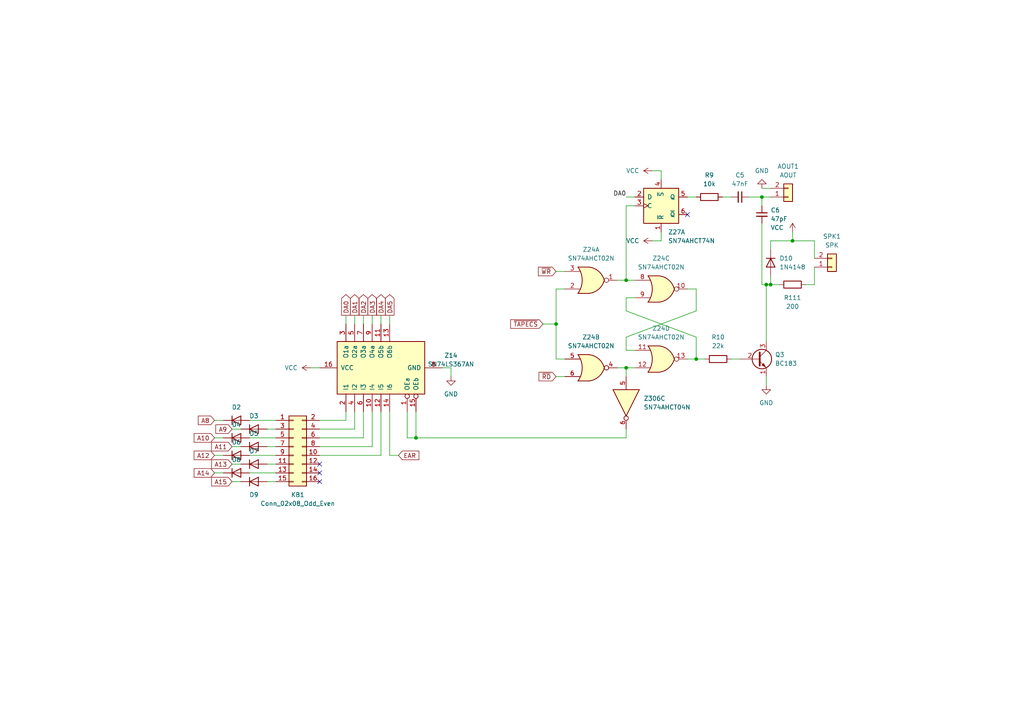
<source format=kicad_sch>
(kicad_sch (version 20211123) (generator eeschema)
  (paper "A4")
  (title_block (title "JupiterAce Z80 plus KIO and new memory format.") (date "2020-05-12") (rev "${REVNUM}") (company "Ontobus") (comment 1 "John Bradley") (comment 2 "https://creativecommons.org/licenses/by-nc-sa/4.0/") (comment 3 "Attribution-NonCommercial-ShareAlike 4.0 International License.") (comment 4 "This work is licensed under a Creative Commons "))
  (lib_symbols
    (symbol "74xx:74LS02" (pin_names (offset 1.016))
      (property "Reference" "U" (at 0 1.27 0))
      (property "Value" "74LS02" (at 0 -1.27 0))
      (symbol "74LS02_1_1"
        (arc (start -3.81 -3.81) (mid -2.589 0) (end -3.81 3.81) (stroke (width 0.254)))
        (arc (start -0.6096 -3.81) (mid 2.1855 -2.584) (end 3.81 0) (stroke (width 0.254)) (fill (type background)))
        (polyline (pts (xy -3.81 -3.81) (xy -0.635 -3.81)) (stroke (width 0.254)) (fill (type background)))
        (polyline (pts (xy -3.81 3.81) (xy -0.635 3.81)) (stroke (width 0.254)) (fill (type background)))
        (polyline (pts (xy -0.635 3.81) (xy -3.81 3.81) (xy -3.81 3.81) (xy -3.556 3.4036) (xy -3.0226 2.2606) (xy -2.6924 1.0414) (xy -2.6162 -0.254) (xy -2.7686 -1.4986) (xy -3.175 -2.7178) (xy -3.81 -3.81) (xy -3.81 -3.81) (xy -0.635 -3.81)) (stroke (width -25.4)) (fill (type background)))
        (arc (start 3.81 0) (mid 2.1928 2.5925) (end -0.6096 3.81) (stroke (width 0.254)) (fill (type background)))
        (pin output inverted (at 7.62 0 180) (length 3.81) (name "~") (number "1"))
        (pin input line (at -7.62 2.54 0) (length 4.318) (name "~") (number "2"))
        (pin input line (at -7.62 -2.54 0) (length 4.318) (name "~") (number "3"))
      )
      (symbol "74LS02_1_2"
        (arc (start 0 -3.81) (mid 3.81 0) (end 0 3.81) (stroke (width 0.254)) (fill (type background)))
        (polyline (pts (xy 0 3.81) (xy -3.81 3.81) (xy -3.81 -3.81) (xy 0 -3.81)) (stroke (width 0.254)) (fill (type background)))
        (pin output line (at 7.62 0 180) (length 3.81) (name "~") (number "1"))
        (pin input inverted (at -7.62 2.54 0) (length 3.81) (name "~") (number "2"))
        (pin input inverted (at -7.62 -2.54 0) (length 3.81) (name "~") (number "3"))
      )
      (symbol "74LS02_2_1"
        (arc (start -3.81 -3.81) (mid -2.589 0) (end -3.81 3.81) (stroke (width 0.254)))
        (arc (start -0.6096 -3.81) (mid 2.1855 -2.584) (end 3.81 0) (stroke (width 0.254)) (fill (type background)))
        (polyline (pts (xy -3.81 -3.81) (xy -0.635 -3.81)) (stroke (width 0.254)) (fill (type background)))
        (polyline (pts (xy -3.81 3.81) (xy -0.635 3.81)) (stroke (width 0.254)) (fill (type background)))
        (polyline (pts (xy -0.635 3.81) (xy -3.81 3.81) (xy -3.81 3.81) (xy -3.556 3.4036) (xy -3.0226 2.2606) (xy -2.6924 1.0414) (xy -2.6162 -0.254) (xy -2.7686 -1.4986) (xy -3.175 -2.7178) (xy -3.81 -3.81) (xy -3.81 -3.81) (xy -0.635 -3.81)) (stroke (width -25.4)) (fill (type background)))
        (arc (start 3.81 0) (mid 2.1928 2.5925) (end -0.6096 3.81) (stroke (width 0.254)) (fill (type background)))
        (pin output inverted (at 7.62 0 180) (length 3.81) (name "~") (number "4"))
        (pin input line (at -7.62 2.54 0) (length 4.318) (name "~") (number "5"))
        (pin input line (at -7.62 -2.54 0) (length 4.318) (name "~") (number "6"))
      )
      (symbol "74LS02_2_2"
        (arc (start 0 -3.81) (mid 3.81 0) (end 0 3.81) (stroke (width 0.254)) (fill (type background)))
        (polyline (pts (xy 0 3.81) (xy -3.81 3.81) (xy -3.81 -3.81) (xy 0 -3.81)) (stroke (width 0.254)) (fill (type background)))
        (pin output line (at 7.62 0 180) (length 3.81) (name "~") (number "4"))
        (pin input inverted (at -7.62 2.54 0) (length 3.81) (name "~") (number "5"))
        (pin input inverted (at -7.62 -2.54 0) (length 3.81) (name "~") (number "6"))
      )
      (symbol "74LS02_3_1"
        (arc (start -3.81 -3.81) (mid -2.589 0) (end -3.81 3.81) (stroke (width 0.254)))
        (arc (start -0.6096 -3.81) (mid 2.1855 -2.584) (end 3.81 0) (stroke (width 0.254)) (fill (type background)))
        (polyline (pts (xy -3.81 -3.81) (xy -0.635 -3.81)) (stroke (width 0.254)) (fill (type background)))
        (polyline (pts (xy -3.81 3.81) (xy -0.635 3.81)) (stroke (width 0.254)) (fill (type background)))
        (polyline (pts (xy -0.635 3.81) (xy -3.81 3.81) (xy -3.81 3.81) (xy -3.556 3.4036) (xy -3.0226 2.2606) (xy -2.6924 1.0414) (xy -2.6162 -0.254) (xy -2.7686 -1.4986) (xy -3.175 -2.7178) (xy -3.81 -3.81) (xy -3.81 -3.81) (xy -0.635 -3.81)) (stroke (width -25.4)) (fill (type background)))
        (arc (start 3.81 0) (mid 2.1928 2.5925) (end -0.6096 3.81) (stroke (width 0.254)) (fill (type background)))
        (pin output inverted (at 7.62 0 180) (length 3.81) (name "~") (number "10"))
        (pin input line (at -7.62 2.54 0) (length 4.318) (name "~") (number "8"))
        (pin input line (at -7.62 -2.54 0) (length 4.318) (name "~") (number "9"))
      )
      (symbol "74LS02_3_2"
        (arc (start 0 -3.81) (mid 3.81 0) (end 0 3.81) (stroke (width 0.254)) (fill (type background)))
        (polyline (pts (xy 0 3.81) (xy -3.81 3.81) (xy -3.81 -3.81) (xy 0 -3.81)) (stroke (width 0.254)) (fill (type background)))
        (pin output line (at 7.62 0 180) (length 3.81) (name "~") (number "10"))
        (pin input inverted (at -7.62 2.54 0) (length 3.81) (name "~") (number "8"))
        (pin input inverted (at -7.62 -2.54 0) (length 3.81) (name "~") (number "9"))
      )
      (symbol "74LS02_4_1"
        (arc (start -3.81 -3.81) (mid -2.589 0) (end -3.81 3.81) (stroke (width 0.254)))
        (arc (start -0.6096 -3.81) (mid 2.1855 -2.584) (end 3.81 0) (stroke (width 0.254)) (fill (type background)))
        (polyline (pts (xy -3.81 -3.81) (xy -0.635 -3.81)) (stroke (width 0.254)) (fill (type background)))
        (polyline (pts (xy -3.81 3.81) (xy -0.635 3.81)) (stroke (width 0.254)) (fill (type background)))
        (polyline (pts (xy -0.635 3.81) (xy -3.81 3.81) (xy -3.81 3.81) (xy -3.556 3.4036) (xy -3.0226 2.2606) (xy -2.6924 1.0414) (xy -2.6162 -0.254) (xy -2.7686 -1.4986) (xy -3.175 -2.7178) (xy -3.81 -3.81) (xy -3.81 -3.81) (xy -0.635 -3.81)) (stroke (width -25.4)) (fill (type background)))
        (arc (start 3.81 0) (mid 2.1928 2.5925) (end -0.6096 3.81) (stroke (width 0.254)) (fill (type background)))
        (pin input line (at -7.62 2.54 0) (length 4.318) (name "~") (number "11"))
        (pin input line (at -7.62 -2.54 0) (length 4.318) (name "~") (number "12"))
        (pin output inverted (at 7.62 0 180) (length 3.81) (name "~") (number "13"))
      )
      (symbol "74LS02_4_2"
        (arc (start 0 -3.81) (mid 3.81 0) (end 0 3.81) (stroke (width 0.254)) (fill (type background)))
        (polyline (pts (xy 0 3.81) (xy -3.81 3.81) (xy -3.81 -3.81) (xy 0 -3.81)) (stroke (width 0.254)) (fill (type background)))
        (pin input inverted (at -7.62 2.54 0) (length 3.81) (name "~") (number "11"))
        (pin input inverted (at -7.62 -2.54 0) (length 3.81) (name "~") (number "12"))
        (pin output line (at 7.62 0 180) (length 3.81) (name "~") (number "13"))
      )
      (symbol "74LS02_5_0"
        (pin power_in line (at 0 12.7 270) (length 5.08) (name "VCC") (number "14"))
        (pin power_in line (at 0 -12.7 90) (length 5.08) (name "GND") (number "7"))
      )
      (symbol "74LS02_5_1"
        (rectangle (start -5.08 7.62) (end 5.08 -7.62) (stroke (width 0.254)) (fill (type background)))
      )
    )
    (symbol "74xx:74LS04"
      (property "Reference" "U" (at 0 1.27 0))
      (property "Value" "74LS04" (at 0 -1.27 0))
      (symbol "74LS04_1_0"
        (polyline (pts (xy -3.81 3.81) (xy -3.81 -3.81) (xy 3.81 0) (xy -3.81 3.81)) (stroke (width 0.254)) (fill (type background)))
        (pin input line (at -7.62 0 0) (length 3.81) (name "~") (number "1"))
        (pin output inverted (at 7.62 0 180) (length 3.81) (name "~") (number "2"))
      )
      (symbol "74LS04_2_0"
        (polyline (pts (xy -3.81 3.81) (xy -3.81 -3.81) (xy 3.81 0) (xy -3.81 3.81)) (stroke (width 0.254)) (fill (type background)))
        (pin input line (at -7.62 0 0) (length 3.81) (name "~") (number "3"))
        (pin output inverted (at 7.62 0 180) (length 3.81) (name "~") (number "4"))
      )
      (symbol "74LS04_3_0"
        (polyline (pts (xy -3.81 3.81) (xy -3.81 -3.81) (xy 3.81 0) (xy -3.81 3.81)) (stroke (width 0.254)) (fill (type background)))
        (pin input line (at -7.62 0 0) (length 3.81) (name "~") (number "5"))
        (pin output inverted (at 7.62 0 180) (length 3.81) (name "~") (number "6"))
      )
      (symbol "74LS04_4_0"
        (polyline (pts (xy -3.81 3.81) (xy -3.81 -3.81) (xy 3.81 0) (xy -3.81 3.81)) (stroke (width 0.254)) (fill (type background)))
        (pin output inverted (at 7.62 0 180) (length 3.81) (name "~") (number "8"))
        (pin input line (at -7.62 0 0) (length 3.81) (name "~") (number "9"))
      )
      (symbol "74LS04_5_0"
        (polyline (pts (xy -3.81 3.81) (xy -3.81 -3.81) (xy 3.81 0) (xy -3.81 3.81)) (stroke (width 0.254)) (fill (type background)))
        (pin output inverted (at 7.62 0 180) (length 3.81) (name "~") (number "10"))
        (pin input line (at -7.62 0 0) (length 3.81) (name "~") (number "11"))
      )
      (symbol "74LS04_6_0"
        (polyline (pts (xy -3.81 3.81) (xy -3.81 -3.81) (xy 3.81 0) (xy -3.81 3.81)) (stroke (width 0.254)) (fill (type background)))
        (pin output inverted (at 7.62 0 180) (length 3.81) (name "~") (number "12"))
        (pin input line (at -7.62 0 0) (length 3.81) (name "~") (number "13"))
      )
      (symbol "74LS04_7_0"
        (pin power_in line (at 0 12.7 270) (length 5.08) (name "VCC") (number "14"))
        (pin power_in line (at 0 -12.7 90) (length 5.08) (name "GND") (number "7"))
      )
      (symbol "74LS04_7_1"
        (rectangle (start -5.08 7.62) (end 5.08 -7.62) (stroke (width 0.254)) (fill (type background)))
      )
    )
    (symbol "74xx:74LS367" (pin_names (offset 1.016))
      (property "Reference" "U" (at -7.62 13.97 0))
      (property "Value" "74LS367" (at -7.62 -13.97 0))
      (symbol "74LS367_1_0"
        (pin input inverted (at -12.7 -7.62 0) (length 5.08) (name "OEa") (number "1"))
        (pin input line (at -12.7 2.54 0) (length 5.08) (name "I4") (number "10"))
        (pin tri_state line (at 12.7 0 180) (length 5.08) (name "O5b") (number "11"))
        (pin input line (at -12.7 0 0) (length 5.08) (name "I5") (number "12"))
        (pin tri_state line (at 12.7 -2.54 180) (length 5.08) (name "O6b") (number "13"))
        (pin input line (at -12.7 -2.54 0) (length 5.08) (name "I6") (number "14"))
        (pin input inverted (at -12.7 -10.16 0) (length 5.08) (name "OEb") (number "15"))
        (pin power_in line (at 0 17.78 270) (length 5.08) (name "VCC") (number "16"))
        (pin input line (at -12.7 10.16 0) (length 5.08) (name "I1") (number "2"))
        (pin tri_state line (at 12.7 10.16 180) (length 5.08) (name "O1a") (number "3"))
        (pin input line (at -12.7 7.62 0) (length 5.08) (name "I2") (number "4"))
        (pin tri_state line (at 12.7 7.62 180) (length 5.08) (name "O2a") (number "5"))
        (pin input line (at -12.7 5.08 0) (length 5.08) (name "I3") (number "6"))
        (pin tri_state line (at 12.7 5.08 180) (length 5.08) (name "O3a") (number "7"))
        (pin power_in line (at 0 -17.78 90) (length 5.08) (name "GND") (number "8"))
        (pin tri_state line (at 12.7 2.54 180) (length 5.08) (name "O4a") (number "9"))
      )
      (symbol "74LS367_1_1"
        (rectangle (start -7.62 12.7) (end 7.62 -12.7) (stroke (width 0.254)) (fill (type background)))
      )
    )
    (symbol "74xx:74LS74" (pin_names (offset 1.016))
      (property "Reference" "U" (at -7.62 8.89 0))
      (property "Value" "74LS74" (at -7.62 -8.89 0))
      (symbol "74LS74_1_0"
        (pin input line (at 0 -7.62 90) (length 2.54) (name "~{R}") (number "1"))
        (pin input line (at -7.62 2.54 0) (length 2.54) (name "D") (number "2"))
        (pin input clock (at -7.62 0 0) (length 2.54) (name "C") (number "3"))
        (pin input line (at 0 7.62 270) (length 2.54) (name "~{S}") (number "4"))
        (pin output line (at 7.62 2.54 180) (length 2.54) (name "Q") (number "5"))
        (pin output line (at 7.62 -2.54 180) (length 2.54) (name "~{Q}") (number "6"))
      )
      (symbol "74LS74_1_1"
        (rectangle (start -5.08 5.08) (end 5.08 -5.08) (stroke (width 0.254)) (fill (type background)))
      )
      (symbol "74LS74_2_0"
        (pin input line (at 0 7.62 270) (length 2.54) (name "~{S}") (number "10"))
        (pin input clock (at -7.62 0 0) (length 2.54) (name "C") (number "11"))
        (pin input line (at -7.62 2.54 0) (length 2.54) (name "D") (number "12"))
        (pin input line (at 0 -7.62 90) (length 2.54) (name "~{R}") (number "13"))
        (pin output line (at 7.62 -2.54 180) (length 2.54) (name "~{Q}") (number "8"))
        (pin output line (at 7.62 2.54 180) (length 2.54) (name "Q") (number "9"))
      )
      (symbol "74LS74_2_1"
        (rectangle (start -5.08 5.08) (end 5.08 -5.08) (stroke (width 0.254)) (fill (type background)))
      )
      (symbol "74LS74_3_0"
        (pin power_in line (at 0 10.16 270) (length 2.54) (name "VCC") (number "14"))
        (pin power_in line (at 0 -10.16 90) (length 2.54) (name "GND") (number "7"))
      )
      (symbol "74LS74_3_1"
        (rectangle (start -5.08 7.62) (end 5.08 -7.62) (stroke (width 0.254)) (fill (type background)))
      )
    )
    (symbol "Connector_Generic:Conn_01x02" (pin_names (offset 1.016) hide)
      (property "Reference" "J" (at 0 2.54 0))
      (property "Value" "Conn_01x02" (at 0 -5.08 0))
      (symbol "Conn_01x02_1_1"
        (rectangle (start -1.27 -2.413) (end 0 -2.667) (stroke (width 0.1524)))
        (rectangle (start -1.27 0.127) (end 0 -0.127) (stroke (width 0.1524)))
        (rectangle (start -1.27 1.27) (end 1.27 -3.81) (stroke (width 0.254)) (fill (type background)))
        (pin passive line (at -5.08 0 0) (length 3.81) (name "Pin_1") (number "1"))
        (pin passive line (at -5.08 -2.54 0) (length 3.81) (name "Pin_2") (number "2"))
      )
    )
    (symbol "Connector_Generic:Conn_02x08_Odd_Even" (pin_names (offset 1.016) hide)
      (property "Reference" "J" (at 1.27 10.16 0))
      (property "Value" "Conn_02x08_Odd_Even" (at 1.27 -12.7 0))
      (symbol "Conn_02x08_Odd_Even_1_1"
        (rectangle (start -1.27 -10.033) (end 0 -10.287) (stroke (width 0.1524)))
        (rectangle (start -1.27 -7.493) (end 0 -7.747) (stroke (width 0.1524)))
        (rectangle (start -1.27 -4.953) (end 0 -5.207) (stroke (width 0.1524)))
        (rectangle (start -1.27 -2.413) (end 0 -2.667) (stroke (width 0.1524)))
        (rectangle (start -1.27 0.127) (end 0 -0.127) (stroke (width 0.1524)))
        (rectangle (start -1.27 2.667) (end 0 2.413) (stroke (width 0.1524)))
        (rectangle (start -1.27 5.207) (end 0 4.953) (stroke (width 0.1524)))
        (rectangle (start -1.27 7.747) (end 0 7.493) (stroke (width 0.1524)))
        (rectangle (start -1.27 8.89) (end 3.81 -11.43) (stroke (width 0.254)) (fill (type background)))
        (rectangle (start 3.81 -10.033) (end 2.54 -10.287) (stroke (width 0.1524)))
        (rectangle (start 3.81 -7.493) (end 2.54 -7.747) (stroke (width 0.1524)))
        (rectangle (start 3.81 -4.953) (end 2.54 -5.207) (stroke (width 0.1524)))
        (rectangle (start 3.81 -2.413) (end 2.54 -2.667) (stroke (width 0.1524)))
        (rectangle (start 3.81 0.127) (end 2.54 -0.127) (stroke (width 0.1524)))
        (rectangle (start 3.81 2.667) (end 2.54 2.413) (stroke (width 0.1524)))
        (rectangle (start 3.81 5.207) (end 2.54 4.953) (stroke (width 0.1524)))
        (rectangle (start 3.81 7.747) (end 2.54 7.493) (stroke (width 0.1524)))
        (pin passive line (at -5.08 7.62 0) (length 3.81) (name "Pin_1") (number "1"))
        (pin passive line (at 7.62 -2.54 180) (length 3.81) (name "Pin_10") (number "10"))
        (pin passive line (at -5.08 -5.08 0) (length 3.81) (name "Pin_11") (number "11"))
        (pin passive line (at 7.62 -5.08 180) (length 3.81) (name "Pin_12") (number "12"))
        (pin passive line (at -5.08 -7.62 0) (length 3.81) (name "Pin_13") (number "13"))
        (pin passive line (at 7.62 -7.62 180) (length 3.81) (name "Pin_14") (number "14"))
        (pin passive line (at -5.08 -10.16 0) (length 3.81) (name "Pin_15") (number "15"))
        (pin passive line (at 7.62 -10.16 180) (length 3.81) (name "Pin_16") (number "16"))
        (pin passive line (at 7.62 7.62 180) (length 3.81) (name "Pin_2") (number "2"))
        (pin passive line (at -5.08 5.08 0) (length 3.81) (name "Pin_3") (number "3"))
        (pin passive line (at 7.62 5.08 180) (length 3.81) (name "Pin_4") (number "4"))
        (pin passive line (at -5.08 2.54 0) (length 3.81) (name "Pin_5") (number "5"))
        (pin passive line (at 7.62 2.54 180) (length 3.81) (name "Pin_6") (number "6"))
        (pin passive line (at -5.08 0 0) (length 3.81) (name "Pin_7") (number "7"))
        (pin passive line (at 7.62 0 180) (length 3.81) (name "Pin_8") (number "8"))
        (pin passive line (at -5.08 -2.54 0) (length 3.81) (name "Pin_9") (number "9"))
      )
    )
    (symbol "Device:C_Small" (pin_numbers hide) (pin_names (offset 0.254) hide)
      (property "Reference" "C" (at 0.254 1.778 0))
      (property "Value" "C_Small" (at 0.254 -2.032 0))
      (symbol "C_Small_0_1"
        (polyline (pts (xy -1.524 -0.508) (xy 1.524 -0.508)) (stroke (width 0.3302)))
        (polyline (pts (xy -1.524 0.508) (xy 1.524 0.508)) (stroke (width 0.3048)))
      )
      (symbol "C_Small_1_1"
        (pin passive line (at 0 2.54 270) (length 2.032) (name "~") (number "1"))
        (pin passive line (at 0 -2.54 90) (length 2.032) (name "~") (number "2"))
      )
    )
    (symbol "Device:Q_NPN_EBC" (pin_names (offset 0) hide)
      (property "Reference" "Q" (at 5.08 1.27 0))
      (property "Value" "Q_NPN_EBC" (at 5.08 -1.27 0))
      (symbol "Q_NPN_EBC_0_1"
        (polyline (pts (xy 0.635 0.635) (xy 2.54 2.54)))
        (polyline (pts (xy 0.635 -0.635) (xy 2.54 -2.54) (xy 2.54 -2.54)))
        (polyline (pts (xy 0.635 1.905) (xy 0.635 -1.905) (xy 0.635 -1.905)) (stroke (width 0.508)))
        (polyline (pts (xy 1.27 -1.778) (xy 1.778 -1.27) (xy 2.286 -2.286) (xy 1.27 -1.778) (xy 1.27 -1.778)) (fill (type outline)))
        (circle (center 1.27 0) (radius 2.8194) (stroke (width 0.254)))
      )
      (symbol "Q_NPN_EBC_1_1"
        (pin passive line (at 2.54 -5.08 90) (length 2.54) (name "E") (number "1"))
        (pin passive line (at -5.08 0 0) (length 5.715) (name "B") (number "2"))
        (pin passive line (at 2.54 5.08 270) (length 2.54) (name "C") (number "3"))
      )
    )
    (symbol "Device:R" (pin_numbers hide) (pin_names (offset 0))
      (property "Reference" "R" (at 2.032 0 90))
      (property "Value" "R" (at 0 0 90))
      (symbol "R_0_1"
        (rectangle (start -1.016 -2.54) (end 1.016 2.54) (stroke (width 0.254)))
      )
      (symbol "R_1_1"
        (pin passive line (at 0 3.81 270) (length 1.27) (name "~") (number "1"))
        (pin passive line (at 0 -3.81 90) (length 1.27) (name "~") (number "2"))
      )
    )
    (symbol "Diode:1N4148" (pin_numbers hide) (pin_names (offset 1.016) hide)
      (property "Reference" "D" (at 0 2.54 0))
      (property "Value" "1N4148" (at 0 -2.54 0))
      (symbol "1N4148_0_1"
        (polyline (pts (xy -1.27 1.27) (xy -1.27 -1.27)) (stroke (width 0.254)))
        (polyline (pts (xy 1.27 0) (xy -1.27 0)))
        (polyline (pts (xy 1.27 1.27) (xy 1.27 -1.27) (xy -1.27 0) (xy 1.27 1.27)) (stroke (width 0.254)))
      )
      (symbol "1N4148_1_1"
        (pin passive line (at -3.81 0 0) (length 2.54) (name "K") (number "1"))
        (pin passive line (at 3.81 0 180) (length 2.54) (name "A") (number "2"))
      )
    )
    (symbol "power:GND" (power) (pin_names (offset 0))
      (property "Value" "GND" (at 0 -3.81 0))
      (symbol "GND_0_1"
        (polyline (pts (xy 0 0) (xy 0 -1.27) (xy 1.27 -1.27) (xy 0 -2.54) (xy -1.27 -1.27) (xy 0 -1.27)))
      )
      (symbol "GND_1_1"
        (pin power_in line (at 0 0 270) (length 0) hide (name "GND") (number "1"))
      )
    )
    (symbol "power:VCC" (power) (pin_names (offset 0))
      (property "Value" "VCC" (at 0 3.81 0))
      (symbol "VCC_0_1"
        (polyline (pts (xy -0.762 1.27) (xy 0 2.54)))
        (polyline (pts (xy 0 0) (xy 0 2.54)))
        (polyline (pts (xy 0 2.54) (xy 0.762 1.27)))
      )
      (symbol "VCC_1_1"
        (pin power_in line (at 0 0 90) (length 0) hide (name "VCC") (number "1"))
      )
    )
  )
  (junction (at 161.29 93.98))
  (junction (at 220.98 57.15))
  (junction (at 222.25 82.55))
  (junction (at 181.61 106.68))
  (junction (at 229.87 69.85))
  (junction (at 120.65 127))
  (junction (at 201.93 104.14))
  (junction (at 181.61 81.28))
  (junction (at 223.52 82.55))
  (no_connect (at 92.71 137.16))
  (no_connect (at 92.71 134.62))
  (no_connect (at 92.71 139.7))
  (no_connect (at 199.39 62.23))
  (wire (pts (xy 201.93 83.82) (xy 201.93 90.17)))
  (wire (pts (xy 69.85 124.46) (xy 67.31 124.46)))
  (wire (pts (xy 181.61 106.68) (xy 184.15 106.68)))
  (wire (pts (xy 223.52 69.85) (xy 223.52 72.39)))
  (wire (pts (xy 113.03 119.38) (xy 113.03 132.08)))
  (wire (pts (xy 161.29 104.14) (xy 163.83 104.14)))
  (wire (pts (xy 107.95 129.54) (xy 92.71 129.54)))
  (wire (pts (xy 64.77 121.92) (xy 62.23 121.92)))
  (wire (pts (xy 222.25 111.76) (xy 222.25 109.22)))
  (wire (pts (xy 199.39 104.14) (xy 201.93 104.14)))
  (wire (pts (xy 222.25 82.55) (xy 222.25 99.06)))
  (wire (pts (xy 199.39 57.15) (xy 201.93 57.15)))
  (wire (pts (xy 181.61 124.46) (xy 181.61 127)))
  (wire (pts (xy 80.01 132.08) (xy 72.39 132.08)))
  (wire (pts (xy 181.61 97.79) (xy 181.61 101.6)))
  (wire (pts (xy 110.49 93.98) (xy 110.49 91.44)))
  (wire (pts (xy 223.52 69.85) (xy 229.87 69.85)))
  (wire (pts (xy 220.98 82.55) (xy 220.98 64.77)))
  (wire (pts (xy 102.87 93.98) (xy 102.87 91.44)))
  (wire (pts (xy 189.23 69.85) (xy 191.77 69.85)))
  (wire (pts (xy 179.07 106.68) (xy 181.61 106.68)))
  (wire (pts (xy 217.17 57.15) (xy 220.98 57.15)))
  (wire (pts (xy 236.22 69.85) (xy 229.87 69.85)))
  (wire (pts (xy 163.83 78.74) (xy 161.29 78.74)))
  (wire (pts (xy 113.03 132.08) (xy 115.57 132.08)))
  (wire (pts (xy 77.47 139.7) (xy 80.01 139.7)))
  (wire (pts (xy 92.71 124.46) (xy 102.87 124.46)))
  (wire (pts (xy 184.15 81.28) (xy 181.61 81.28)))
  (wire (pts (xy 118.11 119.38) (xy 118.11 127)))
  (wire (pts (xy 102.87 119.38) (xy 102.87 124.46)))
  (wire (pts (xy 209.55 57.15) (xy 212.09 57.15)))
  (wire (pts (xy 100.33 119.38) (xy 100.33 121.92)))
  (wire (pts (xy 92.71 132.08) (xy 110.49 132.08)))
  (wire (pts (xy 199.39 83.82) (xy 201.93 83.82)))
  (wire (pts (xy 118.11 127) (xy 120.65 127)))
  (wire (pts (xy 107.95 119.38) (xy 107.95 129.54)))
  (wire (pts (xy 236.22 74.93) (xy 236.22 69.85)))
  (wire (pts (xy 220.98 54.61) (xy 223.52 54.61)))
  (wire (pts (xy 77.47 124.46) (xy 80.01 124.46)))
  (wire (pts (xy 128.27 106.68) (xy 130.81 106.68)))
  (wire (pts (xy 181.61 90.17) (xy 201.93 97.79)))
  (wire (pts (xy 181.61 57.15) (xy 184.15 57.15)))
  (wire (pts (xy 69.85 134.62) (xy 67.31 134.62)))
  (wire (pts (xy 130.81 106.68) (xy 130.81 109.22)))
  (wire (pts (xy 69.85 129.54) (xy 67.31 129.54)))
  (wire (pts (xy 120.65 127) (xy 181.61 127)))
  (wire (pts (xy 120.65 119.38) (xy 120.65 127)))
  (wire (pts (xy 181.61 59.69) (xy 184.15 59.69)))
  (wire (pts (xy 161.29 83.82) (xy 161.29 93.98)))
  (wire (pts (xy 92.71 106.68) (xy 90.17 106.68)))
  (wire (pts (xy 181.61 90.17) (xy 181.61 86.36)))
  (wire (pts (xy 105.41 119.38) (xy 105.41 127)))
  (wire (pts (xy 201.93 104.14) (xy 204.47 104.14)))
  (wire (pts (xy 80.01 127) (xy 72.39 127)))
  (wire (pts (xy 189.23 49.53) (xy 191.77 49.53)))
  (wire (pts (xy 229.87 69.85) (xy 229.87 67.31)))
  (wire (pts (xy 105.41 93.98) (xy 105.41 91.44)))
  (wire (pts (xy 236.22 77.47) (xy 236.22 82.55)))
  (wire (pts (xy 201.93 90.17) (xy 181.61 97.79)))
  (wire (pts (xy 181.61 86.36) (xy 184.15 86.36)))
  (wire (pts (xy 191.77 67.31) (xy 191.77 69.85)))
  (wire (pts (xy 181.61 59.69) (xy 181.61 81.28)))
  (wire (pts (xy 223.52 82.55) (xy 223.52 80.01)))
  (wire (pts (xy 161.29 83.82) (xy 163.83 83.82)))
  (wire (pts (xy 64.77 127) (xy 62.23 127)))
  (wire (pts (xy 77.47 129.54) (xy 80.01 129.54)))
  (wire (pts (xy 220.98 57.15) (xy 223.52 57.15)))
  (wire (pts (xy 64.77 132.08) (xy 62.23 132.08)))
  (wire (pts (xy 226.06 82.55) (xy 223.52 82.55)))
  (wire (pts (xy 163.83 109.22) (xy 161.29 109.22)))
  (wire (pts (xy 100.33 93.98) (xy 100.33 91.44)))
  (wire (pts (xy 113.03 93.98) (xy 113.03 91.44)))
  (wire (pts (xy 64.77 137.16) (xy 62.23 137.16)))
  (wire (pts (xy 80.01 137.16) (xy 72.39 137.16)))
  (wire (pts (xy 179.07 81.28) (xy 181.61 81.28)))
  (wire (pts (xy 161.29 104.14) (xy 161.29 93.98)))
  (wire (pts (xy 107.95 93.98) (xy 107.95 91.44)))
  (wire (pts (xy 92.71 121.92) (xy 100.33 121.92)))
  (wire (pts (xy 80.01 121.92) (xy 72.39 121.92)))
  (wire (pts (xy 220.98 57.15) (xy 220.98 59.69)))
  (wire (pts (xy 92.71 127) (xy 105.41 127)))
  (wire (pts (xy 212.09 104.14) (xy 214.63 104.14)))
  (wire (pts (xy 157.48 93.98) (xy 161.29 93.98)))
  (wire (pts (xy 181.61 109.22) (xy 181.61 106.68)))
  (wire (pts (xy 191.77 52.07) (xy 191.77 49.53)))
  (wire (pts (xy 69.85 139.7) (xy 67.31 139.7)))
  (wire (pts (xy 77.47 134.62) (xy 80.01 134.62)))
  (wire (pts (xy 110.49 119.38) (xy 110.49 132.08)))
  (wire (pts (xy 236.22 82.55) (xy 233.68 82.55)))
  (wire (pts (xy 222.25 82.55) (xy 220.98 82.55)))
  (wire (pts (xy 201.93 104.14) (xy 201.93 97.79)))
  (wire (pts (xy 181.61 101.6) (xy 184.15 101.6)))
  (wire (pts (xy 222.25 82.55) (xy 223.52 82.55)))
  (label "DA0" (at 181.61 57.15 0))
  (global_label "DA5" (shape output) (at 113.03 91.44 90) (property "Intersheet References" "${INTERSHEET_REFS}" (at 112.9506 85.5477 90) (effects (justify left))))
  (global_label "A9" (shape input) (at 67.31 124.46 180) (property "Intersheet References" "${INTERSHEET_REFS}" (at 62.6877 124.3806 0) (effects (justify right))))
  (global_label "A10" (shape input) (at 62.23 127 180) (property "Intersheet References" "${INTERSHEET_REFS}" (at 56.3982 126.9206 0) (effects (justify right))))
  (global_label "DA2" (shape output) (at 105.41 91.44 90) (property "Intersheet References" "${INTERSHEET_REFS}" (at 105.3306 85.5477 90) (effects (justify left))))
  (global_label "~{WR}" (shape input) (at 161.29 78.74 180) (property "Intersheet References" "${INTERSHEET_REFS}" (at 156.2444 78.6606 0) (effects (justify right))))
  (global_label "A12" (shape input) (at 62.23 132.08 180) (property "Intersheet References" "${INTERSHEET_REFS}" (at 56.3982 132.0006 0) (effects (justify right))))
  (global_label "EAR" (shape input) (at 115.57 132.08 0) (property "Intersheet References" "${INTERSHEET_REFS}" (at 121.4018 132.0006 0) (effects (justify left))))
  (global_label "A11" (shape input) (at 67.31 129.54 180) (property "Intersheet References" "${INTERSHEET_REFS}" (at 61.4782 129.4606 0) (effects (justify right))))
  (global_label "DA4" (shape output) (at 110.49 91.44 90) (property "Intersheet References" "${INTERSHEET_REFS}" (at 110.4106 85.5477 90) (effects (justify left))))
  (global_label "DA3" (shape output) (at 107.95 91.44 90) (property "Intersheet References" "${INTERSHEET_REFS}" (at 107.8706 85.5477 90) (effects (justify left))))
  (global_label "~{TAPECS}" (shape input) (at 157.48 93.98 180) (property "Intersheet References" "${INTERSHEET_REFS}" (at 148.201 93.9006 0) (effects (justify right))))
  (global_label "A14" (shape input) (at 62.23 137.16 180) (property "Intersheet References" "${INTERSHEET_REFS}" (at 56.3982 137.0806 0) (effects (justify right))))
  (global_label "A15" (shape input) (at 67.31 139.7 180) (property "Intersheet References" "${INTERSHEET_REFS}" (at 61.4782 139.6206 0) (effects (justify right))))
  (global_label "A13" (shape input) (at 67.31 134.62 180) (property "Intersheet References" "${INTERSHEET_REFS}" (at 61.4782 134.5406 0) (effects (justify right))))
  (global_label "DA1" (shape output) (at 102.87 91.44 90) (property "Intersheet References" "${INTERSHEET_REFS}" (at 102.7906 85.5477 90) (effects (justify left))))
  (global_label "A8" (shape input) (at 62.23 121.92 180) (property "Intersheet References" "${INTERSHEET_REFS}" (at 57.6077 121.8406 0) (effects (justify right))))
  (global_label "~{RD}" (shape input) (at 161.29 109.22 180) (property "Intersheet References" "${INTERSHEET_REFS}" (at 156.4258 109.1406 0) (effects (justify right))))
  (global_label "DA0" (shape output) (at 100.33 91.44 90) (property "Intersheet References" "${INTERSHEET_REFS}" (at 100.2506 85.5477 90) (effects (justify left))))
  (symbol (lib_id "Diode:1N4148") (at 73.66 139.7 0) (unit 1)
    (property "Reference" "D9" (at 73.66 143.51 0))
    (property "Value" "1N4148" (effects hide))
    (property "Footprint" "Diode_THT:D_DO-35_SOD27_P2.54mm_Vertical_AnodeUp" (effects hide))
    (property "Datasheet" "https://assets.nexperia.com/documents/data-sheet/1N4148_1N4448.pdf" (effects hide))
    (property "Manufacturer_Name" "ON Semiconductor" (effects hide))
    (property "Manufacturer_Part_Number" "1N4148" (effects hide))
  )
  (symbol (lib_id "Device:Q_NPN_EBC") (at 219.71 104.14 0) (unit 1)
    (property "Reference" "Q3" (at 224.79 102.8699 0) (effects (justify left)))
    (property "Value" "BC183" (at 224.79 105.4099 0) (effects (justify left)))
    (property "Footprint" "Package_TO_SOT_THT:TO-92L_Inline_Wide" (effects hide))
    (property "Manufacturer_Part_Number" "BC183" (effects hide))
  )
  (symbol (lib_id "Diode:1N4148") (at 68.58 137.16 0) (unit 1)
    (property "Reference" "D8" (at 68.58 133.35 0))
    (property "Value" "1N4148" (effects hide))
    (property "Footprint" "Diode_THT:D_DO-35_SOD27_P2.54mm_Vertical_AnodeUp" (effects hide))
    (property "Datasheet" "https://assets.nexperia.com/documents/data-sheet/1N4148_1N4448.pdf" (effects hide))
    (property "Manufacturer_Name" "ON Semiconductor" (effects hide))
    (property "Manufacturer_Part_Number" "1N4148" (effects hide))
  )
  (symbol (lib_id "Diode:1N4148") (at 73.66 134.62 0) (unit 1)
    (property "Reference" "D7" (at 73.66 130.81 0))
    (property "Value" "1N4148" (effects hide))
    (property "Footprint" "Diode_THT:D_DO-35_SOD27_P2.54mm_Vertical_AnodeUp" (effects hide))
    (property "Datasheet" "https://assets.nexperia.com/documents/data-sheet/1N4148_1N4448.pdf" (effects hide))
    (property "Manufacturer_Name" "ON Semiconductor" (effects hide))
    (property "Manufacturer_Part_Number" "1N4148" (effects hide))
  )
  (symbol (lib_id "Diode:1N4148") (at 68.58 132.08 0) (unit 1)
    (property "Reference" "D6" (at 68.58 128.27 0))
    (property "Value" "1N4148" (effects hide))
    (property "Footprint" "Diode_THT:D_DO-35_SOD27_P2.54mm_Vertical_AnodeUp" (effects hide))
    (property "Datasheet" "https://assets.nexperia.com/documents/data-sheet/1N4148_1N4448.pdf" (effects hide))
    (property "Manufacturer_Name" "ON Semiconductor" (effects hide))
    (property "Manufacturer_Part_Number" "1N4148" (effects hide))
  )
  (symbol (lib_id "Diode:1N4148") (at 73.66 129.54 0) (unit 1)
    (property "Reference" "D5" (at 73.66 125.73 0))
    (property "Value" "1N4148" (effects hide))
    (property "Footprint" "Diode_THT:D_DO-35_SOD27_P2.54mm_Vertical_AnodeUp" (effects hide))
    (property "Datasheet" "https://assets.nexperia.com/documents/data-sheet/1N4148_1N4448.pdf" (effects hide))
    (property "Manufacturer_Name" "ON Semiconductor" (effects hide))
    (property "Manufacturer_Part_Number" "1N4148" (effects hide))
  )
  (symbol (lib_id "Diode:1N4148") (at 68.58 127 0) (unit 1)
    (property "Reference" "D4" (at 68.58 123.19 0))
    (property "Value" "1N4148" (effects hide))
    (property "Footprint" "Diode_THT:D_DO-35_SOD27_P2.54mm_Vertical_AnodeUp" (effects hide))
    (property "Datasheet" "https://assets.nexperia.com/documents/data-sheet/1N4148_1N4448.pdf" (effects hide))
    (property "Manufacturer_Name" "ON Semiconductor" (effects hide))
    (property "Manufacturer_Part_Number" "1N4148" (effects hide))
  )
  (symbol (lib_id "Diode:1N4148") (at 73.66 124.46 0) (unit 1)
    (property "Reference" "D3" (at 73.66 120.65 0))
    (property "Value" "1N4148" (effects hide))
    (property "Footprint" "Diode_THT:D_DO-35_SOD27_P2.54mm_Vertical_AnodeUp" (effects hide))
    (property "Datasheet" "https://assets.nexperia.com/documents/data-sheet/1N4148_1N4448.pdf" (effects hide))
    (property "Manufacturer_Name" "ON Semiconductor" (effects hide))
    (property "Manufacturer_Part_Number" "1N4148" (effects hide))
  )
  (symbol (lib_id "Diode:1N4148") (at 68.58 121.92 0) (unit 1)
    (property "Reference" "D2" (at 68.58 118.11 0))
    (property "Value" "1N4148" (effects hide))
    (property "Footprint" "Diode_THT:D_DO-35_SOD27_P2.54mm_Vertical_AnodeUp" (effects hide))
    (property "Datasheet" "https://assets.nexperia.com/documents/data-sheet/1N4148_1N4448.pdf" (effects hide))
    (property "Manufacturer_Name" "ON Semiconductor" (effects hide))
    (property "Manufacturer_Part_Number" "1N4148" (effects hide))
  )
  (symbol (lib_id "Connector_Generic:Conn_01x02") (at 241.3 77.47 0) (mirror x) (unit 1)
    (property "Reference" "SPK1" (at 241.3 68.58 0) (effects (font (size 1.2954 1.2954))))
    (property "Value" "SPK" (at 241.3 71.12 0))
    (property "Footprint" "Connector_PinHeader_2.54mm:PinHeader_1x02_P2.54mm_Vertical" (effects hide))
    (property "Manufacturer_Name" "TE Connectivity / AMP" (effects hide))
    (property "Manufacturer_Part_Number" "5-146871-1" (effects hide))
  )
  (symbol (lib_id "Diode:1N4148") (at 223.52 76.2 270) (unit 1)
    (property "Reference" "D10" (at 226.06 74.9299 90) (effects (justify left)))
    (property "Value" "1N4148" (at 226.06 77.4699 90) (effects (justify left)))
    (property "Footprint" "Diode_THT:D_DO-35_SOD27_P2.54mm_Vertical_AnodeUp" (effects hide))
    (property "Datasheet" "https://assets.nexperia.com/documents/data-sheet/1N4148_1N4448.pdf" (effects hide))
    (property "Manufacturer_Name" "ON Semiconductor" (effects hide))
    (property "Manufacturer_Part_Number" "1N4148" (effects hide))
  )
  (symbol (lib_id "Connector_Generic:Conn_02x08_Odd_Even") (at 85.09 129.54 0) (unit 1)
    (property "Reference" "KB1" (at 86.36 143.51 0))
    (property "Value" "Conn_02x08_Odd_Even" (at 86.36 146.05 0))
    (property "Footprint" "Connector_IDC:IDC-Header_2x08_P2.54mm_Vertical" (effects hide))
    (property "Manufacturer_Name" "HARWIN" (effects hide))
    (property "Manufacturer_Part_Number" "M20-9980446 " (effects hide))
  )
  (symbol (lib_id "Device:C_Small") (at 220.98 62.23 0) (unit 1)
    (property "Reference" "C6" (at 223.52 60.9662 0) (effects (justify left)))
    (property "Value" "47pF" (at 223.52 63.5062 0) (effects (justify left)))
    (property "Footprint" "Capacitor_THT:C_Disc_D5.0mm_W2.5mm_P2.50mm" (effects hide))
    (property "Manufacturer_Name" "tdk" (effects hide))
    (property "Manufacturer_Part_Number" "FA18C0G1H470JNU00" (effects hide))
  )
  (symbol (lib_id "Device:R") (at 229.87 82.55 90) (unit 1)
    (property "Reference" "R111" (at 229.87 86.36 90))
    (property "Value" "200" (at 229.87 88.9 90))
    (property "Footprint" "Resistor_THT:R_Axial_DIN0204_L3.6mm_D1.6mm_P1.90mm_Vertical" (effects hide))
    (property "Manufacturer_Name" "Vishay" (effects hide))
    (property "Manufacturer_Part_Number" "MBA02040C2000FRP00 " (effects hide))
  )
  (symbol (lib_id "Device:C_Small") (at 214.63 57.15 270) (unit 1)
    (property "Reference" "C5" (at 214.6236 50.8 90))
    (property "Value" "47nF" (at 214.6236 53.34 90))
    (property "Footprint" "Capacitor_THT:C_Disc_D5.0mm_W2.5mm_P2.50mm" (effects hide))
    (property "Manufacturer_Name" "vishay" (effects hide))
    (property "Manufacturer_Part_Number" "K473K15X7RF5TL2" (effects hide))
    (property "Height" "4" (effects hide))
  )
  (symbol (lib_id "74xx:74LS02") (at 171.45 81.28 0) (mirror x) (unit 1)
    (property "Reference" "Z24" (at 171.45 72.39 0))
    (property "Value" "SN74AHCT02N" (at 171.45 74.93 0))
    (property "Footprint" "Package_DIP:DIP-14_W7.62mm" (effects hide))
    (property "Datasheet" "http://www.ti.com/lit/gpn/sn74ls02" (effects hide))
    (property "Manufacturer_Part_Number" "SN74AHCT02N" (effects hide))
    (property "Manufacturer_Name" "Texas Instruments" (effects hide))
  )
  (symbol (lib_id "74xx:74LS02") (at 171.45 106.68 0) (unit 2)
    (property "Reference" "Z24" (at 171.45 97.79 0))
    (property "Value" "SN74AHCT02N" (at 171.45 100.33 0))
    (property "Footprint" "Package_DIP:DIP-14_W7.62mm" (effects hide))
    (property "Datasheet" "http://www.ti.com/lit/gpn/sn74ls02" (effects hide))
    (property "Manufacturer_Part_Number" "SN74AHCT02N" (effects hide))
    (property "Manufacturer_Name" "Texas Instruments" (effects hide))
  )
  (symbol (lib_id "74xx:74LS02") (at 191.77 83.82 0) (unit 3)
    (property "Reference" "Z24" (at 191.77 74.93 0))
    (property "Value" "SN74AHCT02N" (at 191.77 77.47 0))
    (property "Footprint" "Package_DIP:DIP-14_W7.62mm" (effects hide))
    (property "Datasheet" "http://www.ti.com/lit/gpn/sn74ls02" (effects hide))
    (property "Manufacturer_Part_Number" "SN74AHCT02N" (effects hide))
    (property "Manufacturer_Name" "Texas Instruments" (effects hide))
  )
  (symbol (lib_id "74xx:74LS02") (at 191.77 104.14 0) (unit 4)
    (property "Reference" "Z24" (at 191.77 95.25 0))
    (property "Value" "SN74AHCT02N" (at 191.77 97.79 0))
    (property "Footprint" "Package_DIP:DIP-14_W7.62mm" (effects hide))
    (property "Datasheet" "http://www.ti.com/lit/gpn/sn74ls02" (effects hide))
    (property "Manufacturer_Part_Number" "SN74AHCT02N" (effects hide))
    (property "Manufacturer_Name" "Texas Instruments" (effects hide))
  )
  (symbol (lib_id "74xx:74LS74") (at 191.77 59.69 0) (unit 1)
    (property "Reference" "Z27" (at 193.7894 67.31 0) (effects (justify left)))
    (property "Value" "SN74AHCT74N" (at 193.7894 69.85 0) (effects (justify left)))
    (property "Footprint" "Package_DIP:DIP-14_W7.62mm" (effects hide))
    (property "Datasheet" "https://www.ti.com/lit/ds/symlink/sn74ahct74q-q1.pdf?ts=1656028536806&ref_url=https%253A%252F%252Fwww.ti.com%252Fproduct%252FSN74AHCT74Q-Q1" (effects hide))
    (property "Manufacturer_Part_Number" "SN74AHCT74N" (effects hide))
    (property "Manufacturer_Name" "Texas Instruments" (effects hide))
  )
  (symbol (lib_id "74xx:74LS04") (at 181.61 116.84 270) (unit 3)
    (property "Reference" "Z306" (at 186.69 115.5699 90) (effects (justify left)))
    (property "Value" "SN74AHCT04N" (at 186.69 118.1099 90) (effects (justify left)))
    (property "Footprint" "Package_DIP:DIP-14_W7.62mm" (effects hide))
    (property "Datasheet" "http://www.ti.com/lit/gpn/sn74LS04" (effects hide))
    (property "Manufacturer_Part_Number" "SN74AHCT04N" (effects hide))
    (property "Manufacturer_Name" "Texas Instruments" (effects hide))
  )
  (symbol (lib_id "power:GND") (at 222.25 111.76 0) (unit 1)
    (property "Reference" "#0108" (effects hide))
    (property "Value" "GND" (at 222.25 116.84 0))
  )
  (symbol (lib_id "power:VCC") (at 229.87 67.31 0) (unit 1)
    (property "Reference" "#0109" (effects hide))
    (property "Value" "VCC" (at 227.33 66.0399 0) (effects (justify right)))
  )
  (symbol (lib_id "power:GND") (at 220.98 54.61 180) (unit 1)
    (property "Reference" "#0110" (effects hide))
    (property "Value" "GND" (at 220.98 49.53 0))
  )
  (symbol (lib_id "power:GND") (at 130.81 109.22 0) (unit 1)
    (property "Reference" "#0111" (effects hide))
    (property "Value" "GND" (at 130.81 114.3 0))
  )
  (symbol (lib_id "power:VCC") (at 189.23 49.53 90) (unit 1)
    (property "Reference" "#0112" (effects hide))
    (property "Value" "VCC" (at 185.42 49.5299 90) (effects (justify left)))
  )
  (symbol (lib_id "power:VCC") (at 189.23 69.85 90) (unit 1)
    (property "Reference" "#0113" (effects hide))
    (property "Value" "VCC" (at 185.42 69.8499 90) (effects (justify left)))
  )
  (symbol (lib_id "power:VCC") (at 90.17 106.68 90) (unit 1)
    (property "Reference" "#0114" (effects hide))
    (property "Value" "VCC" (at 86.36 106.6799 90) (effects (justify left)))
  )
  (symbol (lib_id "74xx:74LS367") (at 110.49 106.68 90) (unit 1)
    (property "Reference" "Z14" (at 130.81 103.0986 90))
    (property "Value" "SN74LS367AN" (at 130.81 105.6386 90))
    (property "Footprint" "Package_DIP:DIP-16_W7.62mm" (effects hide))
    (property "Datasheet" "http://www.ti.com/lit/gpn/sn74LS367" (effects hide))
    (property "Manufacturer_Part_Number" "SN74LS367AN" (effects hide))
    (property "Manufacturer_Name" "Texas Instruments" (effects hide))
  )
  (symbol (lib_id "Device:R") (at 205.74 57.15 90) (unit 1)
    (property "Reference" "R9" (at 205.74 50.8 90))
    (property "Value" "10k" (at 205.74 53.34 90))
    (property "Footprint" "Resistor_THT:R_Axial_DIN0204_L3.6mm_D1.6mm_P1.90mm_Vertical" (effects hide))
    (property "Manufacturer_Name" "Vishay" (effects hide))
    (property "Manufacturer_Part_Number" "MBA02040C1002FRP00 " (effects hide))
  )
  (symbol (lib_id "Connector_Generic:Conn_01x02") (at 228.6 57.15 0) (mirror x) (unit 1)
    (property "Reference" "AOUT1" (at 228.6 48.26 0) (effects (font (size 1.2954 1.2954))))
    (property "Value" "AOUT" (at 228.6 50.8 0))
    (property "Footprint" "Connector_PinHeader_2.54mm:PinHeader_1x02_P2.54mm_Vertical" (effects hide))
    (property "Manufacturer_Name" "TE Connectivity / AMP" (effects hide))
    (property "Manufacturer_Part_Number" "5-146871-1" (effects hide))
  )
  (symbol (lib_id "Device:R") (at 208.28 104.14 270) (unit 1)
    (property "Reference" "R10" (at 208.28 97.79 90))
    (property "Value" "22k" (at 208.28 100.33 90))
    (property "Footprint" "Resistor_THT:R_Axial_DIN0204_L3.6mm_D1.6mm_P1.90mm_Vertical" (effects hide))
    (property "Manufacturer_Name" "Vishay" (effects hide))
    (property "Manufacturer_Part_Number" "MBA02040C2202FRP00" (effects hide))
  )
)
</source>
